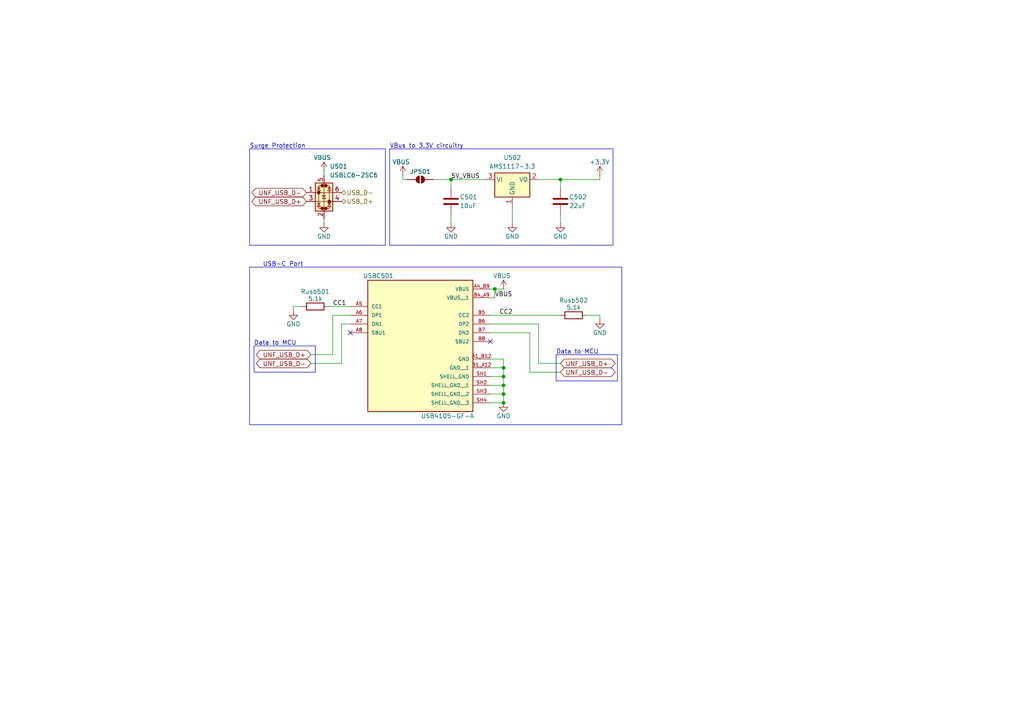
<source format=kicad_sch>
(kicad_sch
	(version 20250114)
	(generator "eeschema")
	(generator_version "9.0")
	(uuid "b34340ac-dec4-4182-9fdc-77ef66857983")
	(paper "A4")
	(title_block
		(title "DisplayBoard")
		(date "2025-10-21")
		(rev "v1.0")
		(company "DIY - Finn Ganser")
	)
	(lib_symbols
		(symbol "Device:C"
			(pin_numbers
				(hide yes)
			)
			(pin_names
				(offset 0.254)
			)
			(exclude_from_sim no)
			(in_bom yes)
			(on_board yes)
			(property "Reference" "C"
				(at 0.635 2.54 0)
				(effects
					(font
						(size 1.27 1.27)
					)
					(justify left)
				)
			)
			(property "Value" "C"
				(at 0.635 -2.54 0)
				(effects
					(font
						(size 1.27 1.27)
					)
					(justify left)
				)
			)
			(property "Footprint" ""
				(at 0.9652 -3.81 0)
				(effects
					(font
						(size 1.27 1.27)
					)
					(hide yes)
				)
			)
			(property "Datasheet" "~"
				(at 0 0 0)
				(effects
					(font
						(size 1.27 1.27)
					)
					(hide yes)
				)
			)
			(property "Description" "Unpolarized capacitor"
				(at 0 0 0)
				(effects
					(font
						(size 1.27 1.27)
					)
					(hide yes)
				)
			)
			(property "ki_keywords" "cap capacitor"
				(at 0 0 0)
				(effects
					(font
						(size 1.27 1.27)
					)
					(hide yes)
				)
			)
			(property "ki_fp_filters" "C_*"
				(at 0 0 0)
				(effects
					(font
						(size 1.27 1.27)
					)
					(hide yes)
				)
			)
			(symbol "C_0_1"
				(polyline
					(pts
						(xy -2.032 0.762) (xy 2.032 0.762)
					)
					(stroke
						(width 0.508)
						(type default)
					)
					(fill
						(type none)
					)
				)
				(polyline
					(pts
						(xy -2.032 -0.762) (xy 2.032 -0.762)
					)
					(stroke
						(width 0.508)
						(type default)
					)
					(fill
						(type none)
					)
				)
			)
			(symbol "C_1_1"
				(pin passive line
					(at 0 3.81 270)
					(length 2.794)
					(name "~"
						(effects
							(font
								(size 1.27 1.27)
							)
						)
					)
					(number "1"
						(effects
							(font
								(size 1.27 1.27)
							)
						)
					)
				)
				(pin passive line
					(at 0 -3.81 90)
					(length 2.794)
					(name "~"
						(effects
							(font
								(size 1.27 1.27)
							)
						)
					)
					(number "2"
						(effects
							(font
								(size 1.27 1.27)
							)
						)
					)
				)
			)
			(embedded_fonts no)
		)
		(symbol "Device:R"
			(pin_numbers
				(hide yes)
			)
			(pin_names
				(offset 0)
			)
			(exclude_from_sim no)
			(in_bom yes)
			(on_board yes)
			(property "Reference" "R"
				(at 2.032 0 90)
				(effects
					(font
						(size 1.27 1.27)
					)
				)
			)
			(property "Value" "R"
				(at 0 0 90)
				(effects
					(font
						(size 1.27 1.27)
					)
				)
			)
			(property "Footprint" ""
				(at -1.778 0 90)
				(effects
					(font
						(size 1.27 1.27)
					)
					(hide yes)
				)
			)
			(property "Datasheet" "~"
				(at 0 0 0)
				(effects
					(font
						(size 1.27 1.27)
					)
					(hide yes)
				)
			)
			(property "Description" "Resistor"
				(at 0 0 0)
				(effects
					(font
						(size 1.27 1.27)
					)
					(hide yes)
				)
			)
			(property "ki_keywords" "R res resistor"
				(at 0 0 0)
				(effects
					(font
						(size 1.27 1.27)
					)
					(hide yes)
				)
			)
			(property "ki_fp_filters" "R_*"
				(at 0 0 0)
				(effects
					(font
						(size 1.27 1.27)
					)
					(hide yes)
				)
			)
			(symbol "R_0_1"
				(rectangle
					(start -1.016 -2.54)
					(end 1.016 2.54)
					(stroke
						(width 0.254)
						(type default)
					)
					(fill
						(type none)
					)
				)
			)
			(symbol "R_1_1"
				(pin passive line
					(at 0 3.81 270)
					(length 1.27)
					(name "~"
						(effects
							(font
								(size 1.27 1.27)
							)
						)
					)
					(number "1"
						(effects
							(font
								(size 1.27 1.27)
							)
						)
					)
				)
				(pin passive line
					(at 0 -3.81 90)
					(length 1.27)
					(name "~"
						(effects
							(font
								(size 1.27 1.27)
							)
						)
					)
					(number "2"
						(effects
							(font
								(size 1.27 1.27)
							)
						)
					)
				)
			)
			(embedded_fonts no)
		)
		(symbol "Jumper:SolderJumper_2_Open"
			(pin_numbers
				(hide yes)
			)
			(pin_names
				(offset 0)
				(hide yes)
			)
			(exclude_from_sim yes)
			(in_bom no)
			(on_board yes)
			(property "Reference" "JP"
				(at 0 2.032 0)
				(effects
					(font
						(size 1.27 1.27)
					)
				)
			)
			(property "Value" "SolderJumper_2_Open"
				(at 0 -2.54 0)
				(effects
					(font
						(size 1.27 1.27)
					)
				)
			)
			(property "Footprint" ""
				(at 0 0 0)
				(effects
					(font
						(size 1.27 1.27)
					)
					(hide yes)
				)
			)
			(property "Datasheet" "~"
				(at 0 0 0)
				(effects
					(font
						(size 1.27 1.27)
					)
					(hide yes)
				)
			)
			(property "Description" "Solder Jumper, 2-pole, open"
				(at 0 0 0)
				(effects
					(font
						(size 1.27 1.27)
					)
					(hide yes)
				)
			)
			(property "ki_keywords" "solder jumper SPST"
				(at 0 0 0)
				(effects
					(font
						(size 1.27 1.27)
					)
					(hide yes)
				)
			)
			(property "ki_fp_filters" "SolderJumper*Open*"
				(at 0 0 0)
				(effects
					(font
						(size 1.27 1.27)
					)
					(hide yes)
				)
			)
			(symbol "SolderJumper_2_Open_0_1"
				(polyline
					(pts
						(xy -0.254 1.016) (xy -0.254 -1.016)
					)
					(stroke
						(width 0)
						(type default)
					)
					(fill
						(type none)
					)
				)
				(arc
					(start -0.254 -1.016)
					(mid -1.2656 0)
					(end -0.254 1.016)
					(stroke
						(width 0)
						(type default)
					)
					(fill
						(type none)
					)
				)
				(arc
					(start -0.254 -1.016)
					(mid -1.2656 0)
					(end -0.254 1.016)
					(stroke
						(width 0)
						(type default)
					)
					(fill
						(type outline)
					)
				)
				(arc
					(start 0.254 1.016)
					(mid 1.2656 0)
					(end 0.254 -1.016)
					(stroke
						(width 0)
						(type default)
					)
					(fill
						(type none)
					)
				)
				(arc
					(start 0.254 1.016)
					(mid 1.2656 0)
					(end 0.254 -1.016)
					(stroke
						(width 0)
						(type default)
					)
					(fill
						(type outline)
					)
				)
				(polyline
					(pts
						(xy 0.254 1.016) (xy 0.254 -1.016)
					)
					(stroke
						(width 0)
						(type default)
					)
					(fill
						(type none)
					)
				)
			)
			(symbol "SolderJumper_2_Open_1_1"
				(pin passive line
					(at -3.81 0 0)
					(length 2.54)
					(name "A"
						(effects
							(font
								(size 1.27 1.27)
							)
						)
					)
					(number "1"
						(effects
							(font
								(size 1.27 1.27)
							)
						)
					)
				)
				(pin passive line
					(at 3.81 0 180)
					(length 2.54)
					(name "B"
						(effects
							(font
								(size 1.27 1.27)
							)
						)
					)
					(number "2"
						(effects
							(font
								(size 1.27 1.27)
							)
						)
					)
				)
			)
			(embedded_fonts no)
		)
		(symbol "Power_Protection:USBLC6-2SC6"
			(pin_names
				(hide yes)
			)
			(exclude_from_sim no)
			(in_bom yes)
			(on_board yes)
			(property "Reference" "U"
				(at 0.635 5.715 0)
				(effects
					(font
						(size 1.27 1.27)
					)
					(justify left)
				)
			)
			(property "Value" "USBLC6-2SC6"
				(at 0.635 3.81 0)
				(effects
					(font
						(size 1.27 1.27)
					)
					(justify left)
				)
			)
			(property "Footprint" "Package_TO_SOT_SMD:SOT-23-6"
				(at 1.27 -6.35 0)
				(effects
					(font
						(size 1.27 1.27)
						(italic yes)
					)
					(justify left)
					(hide yes)
				)
			)
			(property "Datasheet" "https://www.st.com/resource/en/datasheet/usblc6-2.pdf"
				(at 1.27 -8.255 0)
				(effects
					(font
						(size 1.27 1.27)
					)
					(justify left)
					(hide yes)
				)
			)
			(property "Description" "Very low capacitance ESD protection diode, 2 data-line, SOT-23-6"
				(at 0 0 0)
				(effects
					(font
						(size 1.27 1.27)
					)
					(hide yes)
				)
			)
			(property "ki_keywords" "usb ethernet video"
				(at 0 0 0)
				(effects
					(font
						(size 1.27 1.27)
					)
					(hide yes)
				)
			)
			(property "ki_fp_filters" "SOT?23*"
				(at 0 0 0)
				(effects
					(font
						(size 1.27 1.27)
					)
					(hide yes)
				)
			)
			(symbol "USBLC6-2SC6_0_0"
				(circle
					(center -1.524 0)
					(radius 0.0001)
					(stroke
						(width 0.508)
						(type default)
					)
					(fill
						(type none)
					)
				)
				(circle
					(center -0.508 2.032)
					(radius 0.0001)
					(stroke
						(width 0.508)
						(type default)
					)
					(fill
						(type none)
					)
				)
				(circle
					(center -0.508 -4.572)
					(radius 0.0001)
					(stroke
						(width 0.508)
						(type default)
					)
					(fill
						(type none)
					)
				)
				(circle
					(center 0.508 2.032)
					(radius 0.0001)
					(stroke
						(width 0.508)
						(type default)
					)
					(fill
						(type none)
					)
				)
				(circle
					(center 0.508 -4.572)
					(radius 0.0001)
					(stroke
						(width 0.508)
						(type default)
					)
					(fill
						(type none)
					)
				)
				(circle
					(center 1.524 -2.54)
					(radius 0.0001)
					(stroke
						(width 0.508)
						(type default)
					)
					(fill
						(type none)
					)
				)
			)
			(symbol "USBLC6-2SC6_0_1"
				(polyline
					(pts
						(xy -2.54 0) (xy 2.54 0)
					)
					(stroke
						(width 0)
						(type default)
					)
					(fill
						(type none)
					)
				)
				(polyline
					(pts
						(xy -2.54 -2.54) (xy 2.54 -2.54)
					)
					(stroke
						(width 0)
						(type default)
					)
					(fill
						(type none)
					)
				)
				(polyline
					(pts
						(xy -2.032 0.508) (xy -1.016 0.508) (xy -1.524 1.524) (xy -2.032 0.508)
					)
					(stroke
						(width 0)
						(type default)
					)
					(fill
						(type none)
					)
				)
				(polyline
					(pts
						(xy -2.032 -3.048) (xy -1.016 -3.048)
					)
					(stroke
						(width 0)
						(type default)
					)
					(fill
						(type none)
					)
				)
				(polyline
					(pts
						(xy -1.016 1.524) (xy -2.032 1.524)
					)
					(stroke
						(width 0)
						(type default)
					)
					(fill
						(type none)
					)
				)
				(polyline
					(pts
						(xy -1.016 -4.064) (xy -2.032 -4.064) (xy -1.524 -3.048) (xy -1.016 -4.064)
					)
					(stroke
						(width 0)
						(type default)
					)
					(fill
						(type none)
					)
				)
				(polyline
					(pts
						(xy -0.508 -1.143) (xy -0.508 -0.762) (xy 0.508 -0.762)
					)
					(stroke
						(width 0)
						(type default)
					)
					(fill
						(type none)
					)
				)
				(polyline
					(pts
						(xy 0 2.54) (xy -0.508 2.032) (xy 0.508 2.032) (xy 0 1.524) (xy 0 -4.064) (xy -0.508 -4.572) (xy 0.508 -4.572)
						(xy 0 -5.08)
					)
					(stroke
						(width 0)
						(type default)
					)
					(fill
						(type none)
					)
				)
				(polyline
					(pts
						(xy 0.508 -1.778) (xy -0.508 -1.778) (xy 0 -0.762) (xy 0.508 -1.778)
					)
					(stroke
						(width 0)
						(type default)
					)
					(fill
						(type none)
					)
				)
				(polyline
					(pts
						(xy 1.016 1.524) (xy 2.032 1.524)
					)
					(stroke
						(width 0)
						(type default)
					)
					(fill
						(type none)
					)
				)
				(polyline
					(pts
						(xy 1.016 -3.048) (xy 2.032 -3.048)
					)
					(stroke
						(width 0)
						(type default)
					)
					(fill
						(type none)
					)
				)
				(polyline
					(pts
						(xy 2.032 0.508) (xy 1.016 0.508) (xy 1.524 1.524) (xy 2.032 0.508)
					)
					(stroke
						(width 0)
						(type default)
					)
					(fill
						(type none)
					)
				)
				(polyline
					(pts
						(xy 2.032 -4.064) (xy 1.016 -4.064) (xy 1.524 -3.048) (xy 2.032 -4.064)
					)
					(stroke
						(width 0)
						(type default)
					)
					(fill
						(type none)
					)
				)
			)
			(symbol "USBLC6-2SC6_1_1"
				(rectangle
					(start -2.54 2.794)
					(end 2.54 -5.334)
					(stroke
						(width 0.254)
						(type default)
					)
					(fill
						(type background)
					)
				)
				(polyline
					(pts
						(xy -0.508 2.032) (xy -1.524 2.032) (xy -1.524 -4.572) (xy -0.508 -4.572)
					)
					(stroke
						(width 0)
						(type default)
					)
					(fill
						(type none)
					)
				)
				(polyline
					(pts
						(xy 0.508 -4.572) (xy 1.524 -4.572) (xy 1.524 2.032) (xy 0.508 2.032)
					)
					(stroke
						(width 0)
						(type default)
					)
					(fill
						(type none)
					)
				)
				(pin passive line
					(at -5.08 0 0)
					(length 2.54)
					(name "I/O1"
						(effects
							(font
								(size 1.27 1.27)
							)
						)
					)
					(number "1"
						(effects
							(font
								(size 1.27 1.27)
							)
						)
					)
				)
				(pin passive line
					(at -5.08 -2.54 0)
					(length 2.54)
					(name "I/O2"
						(effects
							(font
								(size 1.27 1.27)
							)
						)
					)
					(number "3"
						(effects
							(font
								(size 1.27 1.27)
							)
						)
					)
				)
				(pin passive line
					(at 0 5.08 270)
					(length 2.54)
					(name "VBUS"
						(effects
							(font
								(size 1.27 1.27)
							)
						)
					)
					(number "5"
						(effects
							(font
								(size 1.27 1.27)
							)
						)
					)
				)
				(pin passive line
					(at 0 -7.62 90)
					(length 2.54)
					(name "GND"
						(effects
							(font
								(size 1.27 1.27)
							)
						)
					)
					(number "2"
						(effects
							(font
								(size 1.27 1.27)
							)
						)
					)
				)
				(pin passive line
					(at 5.08 0 180)
					(length 2.54)
					(name "I/O1"
						(effects
							(font
								(size 1.27 1.27)
							)
						)
					)
					(number "6"
						(effects
							(font
								(size 1.27 1.27)
							)
						)
					)
				)
				(pin passive line
					(at 5.08 -2.54 180)
					(length 2.54)
					(name "I/O2"
						(effects
							(font
								(size 1.27 1.27)
							)
						)
					)
					(number "4"
						(effects
							(font
								(size 1.27 1.27)
							)
						)
					)
				)
			)
			(embedded_fonts no)
		)
		(symbol "Regulator_Linear:AMS1117-3.3"
			(exclude_from_sim no)
			(in_bom yes)
			(on_board yes)
			(property "Reference" "U"
				(at -3.81 3.175 0)
				(effects
					(font
						(size 1.27 1.27)
					)
				)
			)
			(property "Value" "AMS1117-3.3"
				(at 0 3.175 0)
				(effects
					(font
						(size 1.27 1.27)
					)
					(justify left)
				)
			)
			(property "Footprint" "Package_TO_SOT_SMD:SOT-223-3_TabPin2"
				(at 0 5.08 0)
				(effects
					(font
						(size 1.27 1.27)
					)
					(hide yes)
				)
			)
			(property "Datasheet" "http://www.advanced-monolithic.com/pdf/ds1117.pdf"
				(at 2.54 -6.35 0)
				(effects
					(font
						(size 1.27 1.27)
					)
					(hide yes)
				)
			)
			(property "Description" "1A Low Dropout regulator, positive, 3.3V fixed output, SOT-223"
				(at 0 0 0)
				(effects
					(font
						(size 1.27 1.27)
					)
					(hide yes)
				)
			)
			(property "ki_keywords" "linear regulator ldo fixed positive"
				(at 0 0 0)
				(effects
					(font
						(size 1.27 1.27)
					)
					(hide yes)
				)
			)
			(property "ki_fp_filters" "SOT?223*TabPin2*"
				(at 0 0 0)
				(effects
					(font
						(size 1.27 1.27)
					)
					(hide yes)
				)
			)
			(symbol "AMS1117-3.3_0_1"
				(rectangle
					(start -5.08 -5.08)
					(end 5.08 1.905)
					(stroke
						(width 0.254)
						(type default)
					)
					(fill
						(type background)
					)
				)
			)
			(symbol "AMS1117-3.3_1_1"
				(pin power_in line
					(at -7.62 0 0)
					(length 2.54)
					(name "VI"
						(effects
							(font
								(size 1.27 1.27)
							)
						)
					)
					(number "3"
						(effects
							(font
								(size 1.27 1.27)
							)
						)
					)
				)
				(pin power_in line
					(at 0 -7.62 90)
					(length 2.54)
					(name "GND"
						(effects
							(font
								(size 1.27 1.27)
							)
						)
					)
					(number "1"
						(effects
							(font
								(size 1.27 1.27)
							)
						)
					)
				)
				(pin power_out line
					(at 7.62 0 180)
					(length 2.54)
					(name "VO"
						(effects
							(font
								(size 1.27 1.27)
							)
						)
					)
					(number "2"
						(effects
							(font
								(size 1.27 1.27)
							)
						)
					)
				)
			)
			(embedded_fonts no)
		)
		(symbol "USB-C:USB4105-GF-A"
			(pin_names
				(offset 1.016)
			)
			(exclude_from_sim no)
			(in_bom yes)
			(on_board yes)
			(property "Reference" "J"
				(at -15.24 13.97 0)
				(effects
					(font
						(size 1.27 1.27)
					)
					(justify left bottom)
				)
			)
			(property "Value" "USB4105-GF-A"
				(at -15.24 -27.94 0)
				(effects
					(font
						(size 1.27 1.27)
					)
					(justify left bottom)
				)
			)
			(property "Footprint" "USB4105-GF-A:GCT_USB4105-GF-A"
				(at 0 0 0)
				(effects
					(font
						(size 1.27 1.27)
					)
					(justify bottom)
					(hide yes)
				)
			)
			(property "Datasheet" ""
				(at 0 0 0)
				(effects
					(font
						(size 1.27 1.27)
					)
					(hide yes)
				)
			)
			(property "Description" ""
				(at 0 0 0)
				(effects
					(font
						(size 1.27 1.27)
					)
					(hide yes)
				)
			)
			(property "PARTREV" "B4"
				(at 0 0 0)
				(effects
					(font
						(size 1.27 1.27)
					)
					(justify bottom)
					(hide yes)
				)
			)
			(property "STANDARD" "Manufacturer Recommendations"
				(at 0 0 0)
				(effects
					(font
						(size 1.27 1.27)
					)
					(justify bottom)
					(hide yes)
				)
			)
			(property "MAXIMUM_PACKAGE_HEIGHT" "3.31 mm"
				(at 0 0 0)
				(effects
					(font
						(size 1.27 1.27)
					)
					(justify bottom)
					(hide yes)
				)
			)
			(property "MANUFACTURER" "GCT"
				(at 0 0 0)
				(effects
					(font
						(size 1.27 1.27)
					)
					(justify bottom)
					(hide yes)
				)
			)
			(symbol "USB4105-GF-A_0_0"
				(rectangle
					(start -15.24 -25.4)
					(end 15.24 12.7)
					(stroke
						(width 0.254)
						(type default)
					)
					(fill
						(type background)
					)
				)
				(pin bidirectional line
					(at -20.32 5.08 0)
					(length 5.08)
					(name "CC1"
						(effects
							(font
								(size 1.016 1.016)
							)
						)
					)
					(number "A5"
						(effects
							(font
								(size 1.016 1.016)
							)
						)
					)
				)
				(pin bidirectional line
					(at -20.32 2.54 0)
					(length 5.08)
					(name "DP1"
						(effects
							(font
								(size 1.016 1.016)
							)
						)
					)
					(number "A6"
						(effects
							(font
								(size 1.016 1.016)
							)
						)
					)
				)
				(pin bidirectional line
					(at -20.32 0 0)
					(length 5.08)
					(name "DN1"
						(effects
							(font
								(size 1.016 1.016)
							)
						)
					)
					(number "A7"
						(effects
							(font
								(size 1.016 1.016)
							)
						)
					)
				)
				(pin bidirectional line
					(at -20.32 -2.54 0)
					(length 5.08)
					(name "SBU1"
						(effects
							(font
								(size 1.016 1.016)
							)
						)
					)
					(number "A8"
						(effects
							(font
								(size 1.016 1.016)
							)
						)
					)
				)
				(pin power_in line
					(at 20.32 10.16 180)
					(length 5.08)
					(name "VBUS"
						(effects
							(font
								(size 1.016 1.016)
							)
						)
					)
					(number "A4_B9"
						(effects
							(font
								(size 1.016 1.016)
							)
						)
					)
				)
				(pin power_in line
					(at 20.32 7.62 180)
					(length 5.08)
					(name "VBUS__1"
						(effects
							(font
								(size 1.016 1.016)
							)
						)
					)
					(number "B4_A9"
						(effects
							(font
								(size 1.016 1.016)
							)
						)
					)
				)
				(pin bidirectional line
					(at 20.32 2.54 180)
					(length 5.08)
					(name "CC2"
						(effects
							(font
								(size 1.016 1.016)
							)
						)
					)
					(number "B5"
						(effects
							(font
								(size 1.016 1.016)
							)
						)
					)
				)
				(pin bidirectional line
					(at 20.32 0 180)
					(length 5.08)
					(name "DP2"
						(effects
							(font
								(size 1.016 1.016)
							)
						)
					)
					(number "B6"
						(effects
							(font
								(size 1.016 1.016)
							)
						)
					)
				)
				(pin bidirectional line
					(at 20.32 -2.54 180)
					(length 5.08)
					(name "DN2"
						(effects
							(font
								(size 1.016 1.016)
							)
						)
					)
					(number "B7"
						(effects
							(font
								(size 1.016 1.016)
							)
						)
					)
				)
				(pin bidirectional line
					(at 20.32 -5.08 180)
					(length 5.08)
					(name "SBU2"
						(effects
							(font
								(size 1.016 1.016)
							)
						)
					)
					(number "B8"
						(effects
							(font
								(size 1.016 1.016)
							)
						)
					)
				)
				(pin power_in line
					(at 20.32 -10.16 180)
					(length 5.08)
					(name "GND"
						(effects
							(font
								(size 1.016 1.016)
							)
						)
					)
					(number "A1_B12"
						(effects
							(font
								(size 1.016 1.016)
							)
						)
					)
				)
				(pin power_in line
					(at 20.32 -12.7 180)
					(length 5.08)
					(name "GND__1"
						(effects
							(font
								(size 1.016 1.016)
							)
						)
					)
					(number "B1_A12"
						(effects
							(font
								(size 1.016 1.016)
							)
						)
					)
				)
				(pin power_in line
					(at 20.32 -15.24 180)
					(length 5.08)
					(name "SHELL_GND"
						(effects
							(font
								(size 1.016 1.016)
							)
						)
					)
					(number "SH1"
						(effects
							(font
								(size 1.016 1.016)
							)
						)
					)
				)
				(pin power_in line
					(at 20.32 -17.78 180)
					(length 5.08)
					(name "SHELL_GND__1"
						(effects
							(font
								(size 1.016 1.016)
							)
						)
					)
					(number "SH2"
						(effects
							(font
								(size 1.016 1.016)
							)
						)
					)
				)
				(pin power_in line
					(at 20.32 -20.32 180)
					(length 5.08)
					(name "SHELL_GND__2"
						(effects
							(font
								(size 1.016 1.016)
							)
						)
					)
					(number "SH3"
						(effects
							(font
								(size 1.016 1.016)
							)
						)
					)
				)
				(pin power_in line
					(at 20.32 -22.86 180)
					(length 5.08)
					(name "SHELL_GND__3"
						(effects
							(font
								(size 1.016 1.016)
							)
						)
					)
					(number "SH4"
						(effects
							(font
								(size 1.016 1.016)
							)
						)
					)
				)
			)
			(embedded_fonts no)
		)
		(symbol "power:+3.3V"
			(power)
			(pin_numbers
				(hide yes)
			)
			(pin_names
				(offset 0)
				(hide yes)
			)
			(exclude_from_sim no)
			(in_bom yes)
			(on_board yes)
			(property "Reference" "#PWR"
				(at 0 -3.81 0)
				(effects
					(font
						(size 1.27 1.27)
					)
					(hide yes)
				)
			)
			(property "Value" "+3.3V"
				(at 0 3.556 0)
				(effects
					(font
						(size 1.27 1.27)
					)
				)
			)
			(property "Footprint" ""
				(at 0 0 0)
				(effects
					(font
						(size 1.27 1.27)
					)
					(hide yes)
				)
			)
			(property "Datasheet" ""
				(at 0 0 0)
				(effects
					(font
						(size 1.27 1.27)
					)
					(hide yes)
				)
			)
			(property "Description" "Power symbol creates a global label with name \"+3.3V\""
				(at 0 0 0)
				(effects
					(font
						(size 1.27 1.27)
					)
					(hide yes)
				)
			)
			(property "ki_keywords" "global power"
				(at 0 0 0)
				(effects
					(font
						(size 1.27 1.27)
					)
					(hide yes)
				)
			)
			(symbol "+3.3V_0_1"
				(polyline
					(pts
						(xy -0.762 1.27) (xy 0 2.54)
					)
					(stroke
						(width 0)
						(type default)
					)
					(fill
						(type none)
					)
				)
				(polyline
					(pts
						(xy 0 2.54) (xy 0.762 1.27)
					)
					(stroke
						(width 0)
						(type default)
					)
					(fill
						(type none)
					)
				)
				(polyline
					(pts
						(xy 0 0) (xy 0 2.54)
					)
					(stroke
						(width 0)
						(type default)
					)
					(fill
						(type none)
					)
				)
			)
			(symbol "+3.3V_1_1"
				(pin power_in line
					(at 0 0 90)
					(length 0)
					(name "~"
						(effects
							(font
								(size 1.27 1.27)
							)
						)
					)
					(number "1"
						(effects
							(font
								(size 1.27 1.27)
							)
						)
					)
				)
			)
			(embedded_fonts no)
		)
		(symbol "power:GND"
			(power)
			(pin_numbers
				(hide yes)
			)
			(pin_names
				(offset 0)
				(hide yes)
			)
			(exclude_from_sim no)
			(in_bom yes)
			(on_board yes)
			(property "Reference" "#PWR"
				(at 0 -6.35 0)
				(effects
					(font
						(size 1.27 1.27)
					)
					(hide yes)
				)
			)
			(property "Value" "GND"
				(at 0 -3.81 0)
				(effects
					(font
						(size 1.27 1.27)
					)
				)
			)
			(property "Footprint" ""
				(at 0 0 0)
				(effects
					(font
						(size 1.27 1.27)
					)
					(hide yes)
				)
			)
			(property "Datasheet" ""
				(at 0 0 0)
				(effects
					(font
						(size 1.27 1.27)
					)
					(hide yes)
				)
			)
			(property "Description" "Power symbol creates a global label with name \"GND\" , ground"
				(at 0 0 0)
				(effects
					(font
						(size 1.27 1.27)
					)
					(hide yes)
				)
			)
			(property "ki_keywords" "global power"
				(at 0 0 0)
				(effects
					(font
						(size 1.27 1.27)
					)
					(hide yes)
				)
			)
			(symbol "GND_0_1"
				(polyline
					(pts
						(xy 0 0) (xy 0 -1.27) (xy 1.27 -1.27) (xy 0 -2.54) (xy -1.27 -1.27) (xy 0 -1.27)
					)
					(stroke
						(width 0)
						(type default)
					)
					(fill
						(type none)
					)
				)
			)
			(symbol "GND_1_1"
				(pin power_in line
					(at 0 0 270)
					(length 0)
					(name "~"
						(effects
							(font
								(size 1.27 1.27)
							)
						)
					)
					(number "1"
						(effects
							(font
								(size 1.27 1.27)
							)
						)
					)
				)
			)
			(embedded_fonts no)
		)
	)
	(rectangle
		(start 72.39 77.47)
		(end 180.34 123.19)
		(stroke
			(width 0)
			(type default)
		)
		(fill
			(type none)
		)
		(uuid 458e5484-23c1-49be-9fec-e1e986d823ce)
	)
	(rectangle
		(start 72.39 43.18)
		(end 111.76 71.12)
		(stroke
			(width 0)
			(type default)
		)
		(fill
			(type none)
		)
		(uuid 5d9e3793-20fb-4c45-8c2c-0e7e406d60bd)
	)
	(rectangle
		(start 179.07 102.87)
		(end 161.29 110.49)
		(stroke
			(width 0)
			(type default)
		)
		(fill
			(type none)
		)
		(uuid 8d06d316-3391-4611-8bcd-089cb283eae8)
	)
	(rectangle
		(start 113.03 43.18)
		(end 177.8 71.12)
		(stroke
			(width 0)
			(type default)
		)
		(fill
			(type none)
		)
		(uuid bd1c9091-85da-4938-8b44-bbccc3332e52)
	)
	(rectangle
		(start 73.66 100.33)
		(end 91.44 107.95)
		(stroke
			(width 0)
			(type default)
		)
		(fill
			(type none)
		)
		(uuid d11fa163-6251-4a71-bfbb-b9b827340ae5)
	)
	(text "Data to MCU"
		(exclude_from_sim no)
		(at 73.66 100.33 0)
		(effects
			(font
				(size 1.27 1.27)
			)
			(justify left bottom)
		)
		(uuid "608cfe7e-5bb5-4b24-9371-0549ff356fe9")
	)
	(text "Surge Protection"
		(exclude_from_sim no)
		(at 72.39 43.18 0)
		(effects
			(font
				(size 1.27 1.27)
			)
			(justify left bottom)
		)
		(uuid "94e6b4f1-898a-41fb-94ee-ec9f91dfb445")
	)
	(text "VBus to 3.3V circuitry"
		(exclude_from_sim no)
		(at 113.03 43.18 0)
		(effects
			(font
				(size 1.27 1.27)
			)
			(justify left bottom)
		)
		(uuid "9b50b79a-a7ad-4fc3-9df0-b6c511410080")
	)
	(text "USB-C Port"
		(exclude_from_sim no)
		(at 76.2 77.47 0)
		(effects
			(font
				(size 1.27 1.27)
			)
			(justify left bottom)
		)
		(uuid "b5f10425-e136-4db9-b787-56747e67ebb8")
	)
	(text "Data to MCU"
		(exclude_from_sim no)
		(at 161.29 102.87 0)
		(effects
			(font
				(size 1.27 1.27)
			)
			(justify left bottom)
		)
		(uuid "e2e4da3f-caba-44c6-80f7-425e2b93642a")
	)
	(junction
		(at 146.05 111.76)
		(diameter 0)
		(color 0 0 0 0)
		(uuid "0929a6ef-743b-4d0c-929c-63e02f6317fc")
	)
	(junction
		(at 146.05 116.84)
		(diameter 0)
		(color 0 0 0 0)
		(uuid "0d3bf4f2-1849-4781-a2b8-ce86a2e0cd03")
	)
	(junction
		(at 143.51 83.82)
		(diameter 0)
		(color 0 0 0 0)
		(uuid "23bb8f2c-b4bd-4f5c-85b7-3eace0d58975")
	)
	(junction
		(at 146.05 114.3)
		(diameter 0)
		(color 0 0 0 0)
		(uuid "4284728e-7abf-47b8-9d51-790068ca3097")
	)
	(junction
		(at 146.05 106.68)
		(diameter 0)
		(color 0 0 0 0)
		(uuid "61c86f8b-3f4c-4d62-9d89-1993761f66f7")
	)
	(junction
		(at 162.56 52.07)
		(diameter 0)
		(color 0 0 0 0)
		(uuid "6360ce56-eeff-44e4-b890-f01c4432760e")
	)
	(junction
		(at 146.05 109.22)
		(diameter 0)
		(color 0 0 0 0)
		(uuid "a91644b2-e24e-4187-814f-bb62528c8831")
	)
	(junction
		(at 130.81 52.07)
		(diameter 0)
		(color 0 0 0 0)
		(uuid "eb7ce7ec-dbf9-41ae-879e-3b3de6243f86")
	)
	(no_connect
		(at 101.6 96.52)
		(uuid "087f065c-4ca1-42a6-80c7-1fa503e2ecd8")
	)
	(no_connect
		(at 142.24 99.06)
		(uuid "122a914e-ae9c-45b6-bce6-e50decb753e0")
	)
	(wire
		(pts
			(xy 148.59 59.69) (xy 148.59 64.77)
		)
		(stroke
			(width 0)
			(type default)
		)
		(uuid "032e91c9-2cbd-4d6b-b725-7c287ae112bf")
	)
	(wire
		(pts
			(xy 146.05 83.82) (xy 143.51 83.82)
		)
		(stroke
			(width 0)
			(type default)
		)
		(uuid "07a765ab-2429-4499-aac8-e7b127b5b1d7")
	)
	(wire
		(pts
			(xy 146.05 104.14) (xy 146.05 106.68)
		)
		(stroke
			(width 0)
			(type default)
		)
		(uuid "0d39b82a-8ba7-4e73-bf11-bd8d53feea92")
	)
	(wire
		(pts
			(xy 93.98 49.53) (xy 93.98 50.8)
		)
		(stroke
			(width 0)
			(type default)
		)
		(uuid "22403537-2712-4867-88b5-eccc4657973b")
	)
	(wire
		(pts
			(xy 173.99 91.44) (xy 170.18 91.44)
		)
		(stroke
			(width 0)
			(type default)
		)
		(uuid "2319ceb9-30f1-4d79-9841-3b45fc502ba5")
	)
	(wire
		(pts
			(xy 173.99 92.71) (xy 173.99 91.44)
		)
		(stroke
			(width 0)
			(type default)
		)
		(uuid "2480746e-e4ba-4837-9d74-402493b491d6")
	)
	(wire
		(pts
			(xy 130.81 62.23) (xy 130.81 64.77)
		)
		(stroke
			(width 0)
			(type default)
		)
		(uuid "251ad5f0-f0ac-4ec4-af7e-981fe8c08ab4")
	)
	(wire
		(pts
			(xy 146.05 109.22) (xy 146.05 111.76)
		)
		(stroke
			(width 0)
			(type default)
		)
		(uuid "254ab9c4-ff84-4bf8-9f2b-df576dfb1089")
	)
	(wire
		(pts
			(xy 93.98 64.77) (xy 93.98 63.5)
		)
		(stroke
			(width 0)
			(type default)
		)
		(uuid "26ed0855-922f-4fd3-bde6-5122d0915174")
	)
	(wire
		(pts
			(xy 90.17 102.87) (xy 96.52 102.87)
		)
		(stroke
			(width 0)
			(type default)
		)
		(uuid "27f3bb80-19bf-41cb-a574-2d3c670a1dd4")
	)
	(wire
		(pts
			(xy 85.09 90.17) (xy 85.09 88.9)
		)
		(stroke
			(width 0)
			(type default)
		)
		(uuid "28d345fa-d6d6-4d12-ab20-e06aea4af3c7")
	)
	(wire
		(pts
			(xy 146.05 106.68) (xy 146.05 109.22)
		)
		(stroke
			(width 0)
			(type default)
		)
		(uuid "35405dae-9b7e-4c55-a3b7-731bf3ff8225")
	)
	(wire
		(pts
			(xy 153.67 107.95) (xy 153.67 96.52)
		)
		(stroke
			(width 0)
			(type default)
		)
		(uuid "37c4e683-fab3-4ed2-b347-bf441fa0cda9")
	)
	(wire
		(pts
			(xy 96.52 102.87) (xy 96.52 91.44)
		)
		(stroke
			(width 0)
			(type default)
		)
		(uuid "3de039f8-83f0-4adb-86af-8af74aa1ca24")
	)
	(wire
		(pts
			(xy 142.24 91.44) (xy 162.56 91.44)
		)
		(stroke
			(width 0)
			(type default)
		)
		(uuid "3e2004fd-ca53-462a-a4cf-7f4c0124d4f9")
	)
	(wire
		(pts
			(xy 142.24 109.22) (xy 146.05 109.22)
		)
		(stroke
			(width 0)
			(type default)
		)
		(uuid "53596980-30f1-4dc6-a4c0-c2ebe712f432")
	)
	(wire
		(pts
			(xy 156.21 93.98) (xy 156.21 105.41)
		)
		(stroke
			(width 0)
			(type default)
		)
		(uuid "5848a45e-167c-40e7-8fdb-6cbd42419f9f")
	)
	(wire
		(pts
			(xy 156.21 93.98) (xy 142.24 93.98)
		)
		(stroke
			(width 0)
			(type default)
		)
		(uuid "5ca95845-6246-4551-a25b-f25f966abbd0")
	)
	(wire
		(pts
			(xy 142.24 114.3) (xy 146.05 114.3)
		)
		(stroke
			(width 0)
			(type default)
		)
		(uuid "638ba9c5-0686-49cf-a90b-5a55ce3cffc7")
	)
	(wire
		(pts
			(xy 142.24 104.14) (xy 146.05 104.14)
		)
		(stroke
			(width 0)
			(type default)
		)
		(uuid "68078999-6923-4f56-af33-fefe7c7cfcc4")
	)
	(wire
		(pts
			(xy 153.67 96.52) (xy 142.24 96.52)
		)
		(stroke
			(width 0)
			(type default)
		)
		(uuid "72d151df-fa69-4a14-af7a-4d0fddda2802")
	)
	(wire
		(pts
			(xy 96.52 91.44) (xy 101.6 91.44)
		)
		(stroke
			(width 0)
			(type default)
		)
		(uuid "7644a304-f54e-49b9-9858-86e2e83e490d")
	)
	(wire
		(pts
			(xy 99.06 93.98) (xy 101.6 93.98)
		)
		(stroke
			(width 0)
			(type default)
		)
		(uuid "83ab9cd5-9fc4-4a77-bfa9-55dcf2e48534")
	)
	(wire
		(pts
			(xy 116.84 52.07) (xy 116.84 50.8)
		)
		(stroke
			(width 0)
			(type default)
		)
		(uuid "85769525-9889-4df4-9f63-4a0deae84348")
	)
	(wire
		(pts
			(xy 142.24 83.82) (xy 143.51 83.82)
		)
		(stroke
			(width 0)
			(type default)
		)
		(uuid "868a0949-edf8-4ec9-bbf9-e4117b1fba92")
	)
	(wire
		(pts
			(xy 146.05 116.84) (xy 142.24 116.84)
		)
		(stroke
			(width 0)
			(type default)
		)
		(uuid "877a238a-707d-4a1f-9013-4290e5db8efe")
	)
	(wire
		(pts
			(xy 85.09 88.9) (xy 87.63 88.9)
		)
		(stroke
			(width 0)
			(type default)
		)
		(uuid "877e7d2d-1e91-4b9c-b315-fa28d75a323e")
	)
	(wire
		(pts
			(xy 162.56 54.61) (xy 162.56 52.07)
		)
		(stroke
			(width 0)
			(type default)
		)
		(uuid "8aa685cb-d96c-4dc8-99d2-5fde392d41cd")
	)
	(wire
		(pts
			(xy 130.81 54.61) (xy 130.81 52.07)
		)
		(stroke
			(width 0)
			(type default)
		)
		(uuid "8bdcd9d9-721a-454f-a54a-6b02264f6cf4")
	)
	(wire
		(pts
			(xy 143.51 83.82) (xy 143.51 86.36)
		)
		(stroke
			(width 0)
			(type default)
		)
		(uuid "93409129-cc08-4b4f-a14b-f8e7c01d28bb")
	)
	(wire
		(pts
			(xy 146.05 111.76) (xy 146.05 114.3)
		)
		(stroke
			(width 0)
			(type default)
		)
		(uuid "a1f937af-a8a4-499e-a5d4-9ed6c0b47b07")
	)
	(wire
		(pts
			(xy 99.06 105.41) (xy 99.06 93.98)
		)
		(stroke
			(width 0)
			(type default)
		)
		(uuid "b0407cab-033d-4747-bb48-8f7a2dc54114")
	)
	(wire
		(pts
			(xy 156.21 105.41) (xy 162.56 105.41)
		)
		(stroke
			(width 0)
			(type default)
		)
		(uuid "b8be3197-f916-4057-ae1b-b974a0625f9c")
	)
	(wire
		(pts
			(xy 146.05 114.3) (xy 146.05 116.84)
		)
		(stroke
			(width 0)
			(type default)
		)
		(uuid "b9e92ad3-6335-407a-b127-e93d8803a46a")
	)
	(wire
		(pts
			(xy 95.25 88.9) (xy 101.6 88.9)
		)
		(stroke
			(width 0)
			(type default)
		)
		(uuid "bdc30492-2252-4f25-9050-148c7e64527f")
	)
	(wire
		(pts
			(xy 142.24 106.68) (xy 146.05 106.68)
		)
		(stroke
			(width 0)
			(type default)
		)
		(uuid "d2cd329d-b8d0-4594-814e-95a8e5c8a1a3")
	)
	(wire
		(pts
			(xy 162.56 62.23) (xy 162.56 64.77)
		)
		(stroke
			(width 0)
			(type default)
		)
		(uuid "d6a2e99f-5998-4aaa-a2f8-57956dd57084")
	)
	(wire
		(pts
			(xy 90.17 105.41) (xy 99.06 105.41)
		)
		(stroke
			(width 0)
			(type default)
		)
		(uuid "d773398b-8f1c-4268-998d-3c25e52e08a9")
	)
	(wire
		(pts
			(xy 153.67 107.95) (xy 162.56 107.95)
		)
		(stroke
			(width 0)
			(type default)
		)
		(uuid "da6760f2-9665-4f67-b77c-b2321aa9c5be")
	)
	(wire
		(pts
			(xy 142.24 111.76) (xy 146.05 111.76)
		)
		(stroke
			(width 0)
			(type default)
		)
		(uuid "dbb7f526-cb9c-4943-8af7-0f40592fd9ae")
	)
	(wire
		(pts
			(xy 173.99 52.07) (xy 173.99 50.8)
		)
		(stroke
			(width 0)
			(type default)
		)
		(uuid "e2665b87-abc2-42d9-98ad-911e981f3899")
	)
	(wire
		(pts
			(xy 162.56 52.07) (xy 173.99 52.07)
		)
		(stroke
			(width 0)
			(type default)
		)
		(uuid "ec84fcf7-007a-4c5c-b7e8-bc369c14a48f")
	)
	(wire
		(pts
			(xy 143.51 86.36) (xy 142.24 86.36)
		)
		(stroke
			(width 0)
			(type default)
		)
		(uuid "ee696ed4-ffb8-45ec-b40d-9b1af6e1c8ad")
	)
	(wire
		(pts
			(xy 125.73 52.07) (xy 130.81 52.07)
		)
		(stroke
			(width 0)
			(type default)
		)
		(uuid "f66152d4-d277-4a05-9e5e-ef3a53bede1d")
	)
	(wire
		(pts
			(xy 116.84 52.07) (xy 118.11 52.07)
		)
		(stroke
			(width 0)
			(type default)
		)
		(uuid "f8c5c0c9-cc67-420d-976b-9e3a7002bd09")
	)
	(wire
		(pts
			(xy 156.21 52.07) (xy 162.56 52.07)
		)
		(stroke
			(width 0)
			(type default)
		)
		(uuid "f958d289-74b7-4e08-9107-cece822bf15a")
	)
	(wire
		(pts
			(xy 130.81 52.07) (xy 140.97 52.07)
		)
		(stroke
			(width 0)
			(type default)
		)
		(uuid "fe275aa7-c12e-43a1-a10c-11f39dca77b3")
	)
	(label "5V_VBUS"
		(at 130.81 52.07 0)
		(effects
			(font
				(size 1.27 1.27)
			)
			(justify left bottom)
		)
		(uuid "12839532-7132-4d09-8cbd-f9f98044f5f4")
	)
	(label "VBUS"
		(at 143.51 86.36 0)
		(effects
			(font
				(size 1.27 1.27)
			)
			(justify left bottom)
		)
		(uuid "657fe754-30b5-4277-8762-c53c0a7bfb55")
	)
	(label "CC1"
		(at 96.52 88.9 0)
		(effects
			(font
				(size 1.27 1.27)
			)
			(justify left bottom)
		)
		(uuid "c3ff2723-6ef6-442f-8d4f-10c9a0c99afd")
	)
	(label "CC2"
		(at 144.78 91.44 0)
		(effects
			(font
				(size 1.27 1.27)
			)
			(justify left bottom)
		)
		(uuid "e27644db-75ca-40d2-b8af-a436b36645eb")
	)
	(global_label "UNF_USB_D+"
		(shape bidirectional)
		(at 88.9 58.42 180)
		(fields_autoplaced yes)
		(effects
			(font
				(size 1.27 1.27)
			)
			(justify right)
		)
		(uuid "51a8db79-01ed-453d-9271-f9c89243bce3")
		(property "Intersheetrefs" "${INTERSHEET_REFS}"
			(at 72.4663 58.42 0)
			(effects
				(font
					(size 1.27 1.27)
				)
				(justify right)
				(hide yes)
			)
		)
	)
	(global_label "UNF_USB_D+"
		(shape bidirectional)
		(at 162.56 105.41 0)
		(fields_autoplaced yes)
		(effects
			(font
				(size 1.27 1.27)
			)
			(justify left)
		)
		(uuid "7fdd5ac7-b7e2-460b-95f5-8bae1f56b727")
		(property "Intersheetrefs" "${INTERSHEET_REFS}"
			(at 178.9937 105.41 0)
			(effects
				(font
					(size 1.27 1.27)
				)
				(justify left)
				(hide yes)
			)
		)
	)
	(global_label "UNF_USB_D-"
		(shape bidirectional)
		(at 162.56 107.95 0)
		(fields_autoplaced yes)
		(effects
			(font
				(size 1.27 1.27)
			)
			(justify left)
		)
		(uuid "a62f02d9-8eb4-4fc5-918f-b48060543fb4")
		(property "Intersheetrefs" "${INTERSHEET_REFS}"
			(at 178.9937 107.95 0)
			(effects
				(font
					(size 1.27 1.27)
				)
				(justify left)
				(hide yes)
			)
		)
	)
	(global_label "UNF_USB_D+"
		(shape bidirectional)
		(at 90.17 102.87 180)
		(fields_autoplaced yes)
		(effects
			(font
				(size 1.27 1.27)
			)
			(justify right)
		)
		(uuid "b7d8f5be-7b80-4ef9-86e1-fd505a215ff5")
		(property "Intersheetrefs" "${INTERSHEET_REFS}"
			(at 73.7363 102.87 0)
			(effects
				(font
					(size 1.27 1.27)
				)
				(justify right)
				(hide yes)
			)
		)
	)
	(global_label "UNF_USB_D-"
		(shape bidirectional)
		(at 88.9 55.88 180)
		(fields_autoplaced yes)
		(effects
			(font
				(size 1.27 1.27)
			)
			(justify right)
		)
		(uuid "d64b4bd9-e0db-44e8-8e33-ee94cbc907a7")
		(property "Intersheetrefs" "${INTERSHEET_REFS}"
			(at 72.4663 55.88 0)
			(effects
				(font
					(size 1.27 1.27)
				)
				(justify right)
				(hide yes)
			)
		)
	)
	(global_label "UNF_USB_D-"
		(shape bidirectional)
		(at 90.17 105.41 180)
		(fields_autoplaced yes)
		(effects
			(font
				(size 1.27 1.27)
			)
			(justify right)
		)
		(uuid "fead2a99-0dd7-43fa-981d-5fb974bdc8aa")
		(property "Intersheetrefs" "${INTERSHEET_REFS}"
			(at 73.7363 105.41 0)
			(effects
				(font
					(size 1.27 1.27)
				)
				(justify right)
				(hide yes)
			)
		)
	)
	(hierarchical_label "USB_D-"
		(shape bidirectional)
		(at 99.06 55.88 0)
		(effects
			(font
				(size 1.27 1.27)
			)
			(justify left)
		)
		(uuid "385a251c-e2f4-4120-a675-66a5f9e33174")
	)
	(hierarchical_label "USB_D+"
		(shape bidirectional)
		(at 99.06 58.42 0)
		(effects
			(font
				(size 1.27 1.27)
			)
			(justify left)
		)
		(uuid "678355f4-a0cd-42c0-97a4-662423bcaf89")
	)
	(symbol
		(lib_id "Device:C")
		(at 130.81 58.42 0)
		(unit 1)
		(exclude_from_sim no)
		(in_bom yes)
		(on_board yes)
		(dnp no)
		(uuid "139eb6fa-e503-4a87-a8c8-f29bff0a5cfb")
		(property "Reference" "C501"
			(at 133.35 57.15 0)
			(effects
				(font
					(size 1.27 1.27)
				)
				(justify left)
			)
		)
		(property "Value" "10uF"
			(at 133.35 59.69 0)
			(effects
				(font
					(size 1.27 1.27)
				)
				(justify left)
			)
		)
		(property "Footprint" "Capacitor_SMD:C_0805_2012Metric"
			(at 131.7752 62.23 0)
			(effects
				(font
					(size 1.27 1.27)
				)
				(hide yes)
			)
		)
		(property "Datasheet" "~"
			(at 130.81 58.42 0)
			(effects
				(font
					(size 1.27 1.27)
				)
				(hide yes)
			)
		)
		(property "Description" "Unpolarized capacitor"
			(at 130.81 58.42 0)
			(effects
				(font
					(size 1.27 1.27)
				)
				(hide yes)
			)
		)
		(pin "2"
			(uuid "8717b0e4-ddb3-4e4e-a002-a2af11fe03dc")
		)
		(pin "1"
			(uuid "74864374-d887-4b74-a1b0-1265841402f0")
		)
		(instances
			(project "DisplayBoard"
				(path "/4ecff8d9-5a60-4ce9-8e7b-5b5857912994/ce85e6ef-25b3-427e-a673-16c6f008225d"
					(reference "C501")
					(unit 1)
				)
			)
		)
	)
	(symbol
		(lib_id "power:GND")
		(at 85.09 90.17 0)
		(unit 1)
		(exclude_from_sim no)
		(in_bom yes)
		(on_board yes)
		(dnp no)
		(uuid "1697a4e8-17c5-4490-a2c4-ec5a07d6d46d")
		(property "Reference" "#PWR0501"
			(at 85.09 96.52 0)
			(effects
				(font
					(size 1.27 1.27)
				)
				(hide yes)
			)
		)
		(property "Value" "GND"
			(at 85.09 93.98 0)
			(effects
				(font
					(size 1.27 1.27)
				)
			)
		)
		(property "Footprint" ""
			(at 85.09 90.17 0)
			(effects
				(font
					(size 1.27 1.27)
				)
				(hide yes)
			)
		)
		(property "Datasheet" ""
			(at 85.09 90.17 0)
			(effects
				(font
					(size 1.27 1.27)
				)
				(hide yes)
			)
		)
		(property "Description" "Power symbol creates a global label with name \"GND\" , ground"
			(at 85.09 90.17 0)
			(effects
				(font
					(size 1.27 1.27)
				)
				(hide yes)
			)
		)
		(pin "1"
			(uuid "63fb9733-ff5a-4428-887d-184a96ff58f3")
		)
		(instances
			(project "DisplayBoard"
				(path "/4ecff8d9-5a60-4ce9-8e7b-5b5857912994/ce85e6ef-25b3-427e-a673-16c6f008225d"
					(reference "#PWR0501")
					(unit 1)
				)
			)
		)
	)
	(symbol
		(lib_id "power:GND")
		(at 93.98 64.77 0)
		(unit 1)
		(exclude_from_sim no)
		(in_bom yes)
		(on_board yes)
		(dnp no)
		(uuid "1bc4dfb5-41aa-4e7e-816a-51f744b1aecb")
		(property "Reference" "#PWR0503"
			(at 93.98 71.12 0)
			(effects
				(font
					(size 1.27 1.27)
				)
				(hide yes)
			)
		)
		(property "Value" "GND"
			(at 93.98 68.58 0)
			(effects
				(font
					(size 1.27 1.27)
				)
			)
		)
		(property "Footprint" ""
			(at 93.98 64.77 0)
			(effects
				(font
					(size 1.27 1.27)
				)
				(hide yes)
			)
		)
		(property "Datasheet" ""
			(at 93.98 64.77 0)
			(effects
				(font
					(size 1.27 1.27)
				)
				(hide yes)
			)
		)
		(property "Description" "Power symbol creates a global label with name \"GND\" , ground"
			(at 93.98 64.77 0)
			(effects
				(font
					(size 1.27 1.27)
				)
				(hide yes)
			)
		)
		(pin "1"
			(uuid "e93389b1-0126-4c76-830f-3e574e9f27b4")
		)
		(instances
			(project "DisplayBoard"
				(path "/4ecff8d9-5a60-4ce9-8e7b-5b5857912994/ce85e6ef-25b3-427e-a673-16c6f008225d"
					(reference "#PWR0503")
					(unit 1)
				)
			)
		)
	)
	(symbol
		(lib_id "power:+3.3V")
		(at 173.99 50.8 0)
		(unit 1)
		(exclude_from_sim no)
		(in_bom yes)
		(on_board yes)
		(dnp no)
		(uuid "1fb3d14a-ca92-4ff9-8aeb-568ca15d56b0")
		(property "Reference" "#PWR0510"
			(at 173.99 54.61 0)
			(effects
				(font
					(size 1.27 1.27)
				)
				(hide yes)
			)
		)
		(property "Value" "+3.3V"
			(at 170.942 46.99 0)
			(effects
				(font
					(size 1.27 1.27)
				)
				(justify left)
			)
		)
		(property "Footprint" ""
			(at 173.99 50.8 0)
			(effects
				(font
					(size 1.27 1.27)
				)
				(hide yes)
			)
		)
		(property "Datasheet" ""
			(at 173.99 50.8 0)
			(effects
				(font
					(size 1.27 1.27)
				)
				(hide yes)
			)
		)
		(property "Description" "Power symbol creates a global label with name \"+3.3V\""
			(at 173.99 50.8 0)
			(effects
				(font
					(size 1.27 1.27)
				)
				(hide yes)
			)
		)
		(pin "1"
			(uuid "0e856d94-b1df-4d39-a45f-fd5b7d776aa4")
		)
		(instances
			(project "DisplayBoard"
				(path "/4ecff8d9-5a60-4ce9-8e7b-5b5857912994/ce85e6ef-25b3-427e-a673-16c6f008225d"
					(reference "#PWR0510")
					(unit 1)
				)
			)
		)
	)
	(symbol
		(lib_id "power:GND")
		(at 130.81 64.77 0)
		(unit 1)
		(exclude_from_sim no)
		(in_bom yes)
		(on_board yes)
		(dnp no)
		(uuid "2a2e4219-e076-4c47-8c49-c835394b6411")
		(property "Reference" "#PWR0505"
			(at 130.81 71.12 0)
			(effects
				(font
					(size 1.27 1.27)
				)
				(hide yes)
			)
		)
		(property "Value" "GND"
			(at 130.81 68.58 0)
			(effects
				(font
					(size 1.27 1.27)
				)
			)
		)
		(property "Footprint" ""
			(at 130.81 64.77 0)
			(effects
				(font
					(size 1.27 1.27)
				)
				(hide yes)
			)
		)
		(property "Datasheet" ""
			(at 130.81 64.77 0)
			(effects
				(font
					(size 1.27 1.27)
				)
				(hide yes)
			)
		)
		(property "Description" "Power symbol creates a global label with name \"GND\" , ground"
			(at 130.81 64.77 0)
			(effects
				(font
					(size 1.27 1.27)
				)
				(hide yes)
			)
		)
		(pin "1"
			(uuid "a338ad19-7ca9-4169-b54a-369f7c91c5b4")
		)
		(instances
			(project "DisplayBoard"
				(path "/4ecff8d9-5a60-4ce9-8e7b-5b5857912994/ce85e6ef-25b3-427e-a673-16c6f008225d"
					(reference "#PWR0505")
					(unit 1)
				)
			)
		)
	)
	(symbol
		(lib_id "Jumper:SolderJumper_2_Open")
		(at 121.92 52.07 0)
		(unit 1)
		(exclude_from_sim yes)
		(in_bom no)
		(on_board yes)
		(dnp no)
		(uuid "3cf42d78-9e7f-4609-b220-2d1685a45f54")
		(property "Reference" "JP501"
			(at 121.92 49.784 0)
			(effects
				(font
					(size 1.27 1.27)
				)
			)
		)
		(property "Value" "SolderJumper_2_Open"
			(at 121.92 48.768 0)
			(effects
				(font
					(size 1.27 1.27)
				)
				(hide yes)
			)
		)
		(property "Footprint" "Jumper:SolderJumper-2_P1.3mm_Open_RoundedPad1.0x1.5mm"
			(at 121.92 52.07 0)
			(effects
				(font
					(size 1.27 1.27)
				)
				(hide yes)
			)
		)
		(property "Datasheet" "~"
			(at 121.92 52.07 0)
			(effects
				(font
					(size 1.27 1.27)
				)
				(hide yes)
			)
		)
		(property "Description" "Solder Jumper, 2-pole, open"
			(at 121.92 52.07 0)
			(effects
				(font
					(size 1.27 1.27)
				)
				(hide yes)
			)
		)
		(pin "2"
			(uuid "928efd41-0aa7-45aa-be39-97defd716cbc")
		)
		(pin "1"
			(uuid "82a38658-9d86-4e15-9c37-bf14c1496e7a")
		)
		(instances
			(project "DisplayBoard"
				(path "/4ecff8d9-5a60-4ce9-8e7b-5b5857912994/ce85e6ef-25b3-427e-a673-16c6f008225d"
					(reference "JP501")
					(unit 1)
				)
			)
		)
	)
	(symbol
		(lib_id "USB-C:USB4105-GF-A")
		(at 121.92 93.98 0)
		(unit 1)
		(exclude_from_sim yes)
		(in_bom yes)
		(on_board yes)
		(dnp no)
		(uuid "4d3d12a8-4552-4b5b-84b4-3c4ce139f0b6")
		(property "Reference" "USBC501"
			(at 109.728 80.01 0)
			(effects
				(font
					(size 1.27 1.27)
				)
			)
		)
		(property "Value" "USB4105-GF-A"
			(at 129.794 120.65 0)
			(effects
				(font
					(size 1.27 1.27)
				)
			)
		)
		(property "Footprint" "CustomFootprints:USB-C_24P-2.0"
			(at 121.92 93.98 0)
			(effects
				(font
					(size 1.27 1.27)
				)
				(justify bottom)
				(hide yes)
			)
		)
		(property "Datasheet" ""
			(at 121.92 93.98 0)
			(effects
				(font
					(size 1.27 1.27)
				)
				(hide yes)
			)
		)
		(property "Description" ""
			(at 121.92 93.98 0)
			(effects
				(font
					(size 1.27 1.27)
				)
				(hide yes)
			)
		)
		(property "PARTREV" "B4"
			(at 121.92 93.98 0)
			(effects
				(font
					(size 1.27 1.27)
				)
				(justify bottom)
				(hide yes)
			)
		)
		(property "STANDARD" "Manufacturer Recommendations"
			(at 121.92 93.98 0)
			(effects
				(font
					(size 1.27 1.27)
				)
				(justify bottom)
				(hide yes)
			)
		)
		(property "MAXIMUM_PACKAGE_HEIGHT" "3.31 mm"
			(at 121.92 93.98 0)
			(effects
				(font
					(size 1.27 1.27)
				)
				(justify bottom)
				(hide yes)
			)
		)
		(property "MANUFACTURER" "GCT"
			(at 121.92 93.98 0)
			(effects
				(font
					(size 1.27 1.27)
				)
				(justify bottom)
				(hide yes)
			)
		)
		(pin "SH3"
			(uuid "1ef144bc-8ff8-4f78-8228-2862a9dc78ad")
		)
		(pin "B6"
			(uuid "3f1ccbb8-3f5b-4713-8af5-6c1b25bafbaa")
		)
		(pin "B1_A12"
			(uuid "7af36c71-a965-4fdb-9ad8-e154717cbf9a")
		)
		(pin "B4_A9"
			(uuid "4bcb4cf6-5971-4567-8249-761fb1dc7a19")
		)
		(pin "A6"
			(uuid "967e0708-7edc-459e-8843-5db87b445344")
		)
		(pin "SH2"
			(uuid "cf400ef6-3130-4cac-b6b6-41f42b9585c7")
		)
		(pin "SH4"
			(uuid "5b8cc5b8-4e03-41d0-9341-10049310aa6a")
		)
		(pin "SH1"
			(uuid "344176ea-6c6b-4eea-bc9d-4bc956c5b87c")
		)
		(pin "A5"
			(uuid "f2db57bc-20e8-4fb1-bb6b-235d44cabb25")
		)
		(pin "A1_B12"
			(uuid "0fee546b-6a8e-4fce-9611-ff617544daa5")
		)
		(pin "B5"
			(uuid "3319d5ec-9db6-4f62-9cf6-4b9d22ccef41")
		)
		(pin "B7"
			(uuid "3246a7a5-5505-4e74-b906-e3ecb2dc1030")
		)
		(pin "A7"
			(uuid "c4741e5e-e01b-4402-87da-5badee714fb9")
		)
		(pin "A4_B9"
			(uuid "f0380fd6-c932-4836-8b7e-14de5eea893e")
		)
		(pin "A8"
			(uuid "4cb73820-f164-44d1-8ac1-3d18b0761aa7")
		)
		(pin "B8"
			(uuid "0fedd242-3296-4470-9ac8-c87058ada834")
		)
		(instances
			(project "DisplayBoard"
				(path "/4ecff8d9-5a60-4ce9-8e7b-5b5857912994/ce85e6ef-25b3-427e-a673-16c6f008225d"
					(reference "USBC501")
					(unit 1)
				)
			)
		)
	)
	(symbol
		(lib_id "Regulator_Linear:AMS1117-3.3")
		(at 148.59 52.07 0)
		(unit 1)
		(exclude_from_sim no)
		(in_bom yes)
		(on_board yes)
		(dnp no)
		(fields_autoplaced yes)
		(uuid "5d256134-e0cd-4889-944e-ad58e2981247")
		(property "Reference" "U502"
			(at 148.59 45.72 0)
			(effects
				(font
					(size 1.27 1.27)
				)
			)
		)
		(property "Value" "AMS1117-3.3"
			(at 148.59 48.26 0)
			(effects
				(font
					(size 1.27 1.27)
				)
			)
		)
		(property "Footprint" "Package_TO_SOT_SMD:SOT-223-3_TabPin2"
			(at 148.59 46.99 0)
			(effects
				(font
					(size 1.27 1.27)
				)
				(hide yes)
			)
		)
		(property "Datasheet" "http://www.advanced-monolithic.com/pdf/ds1117.pdf"
			(at 151.13 58.42 0)
			(effects
				(font
					(size 1.27 1.27)
				)
				(hide yes)
			)
		)
		(property "Description" "1A Low Dropout regulator, positive, 3.3V fixed output, SOT-223"
			(at 148.59 52.07 0)
			(effects
				(font
					(size 1.27 1.27)
				)
				(hide yes)
			)
		)
		(pin "3"
			(uuid "42bb8c50-72c8-434d-84f2-1dc9358058f7")
		)
		(pin "1"
			(uuid "a1b487fe-030a-4b51-b58f-c8978b49e9b2")
		)
		(pin "2"
			(uuid "91e8e115-ec71-46bc-9e17-e6aaf82ceb80")
		)
		(instances
			(project "DisplayBoard"
				(path "/4ecff8d9-5a60-4ce9-8e7b-5b5857912994/ce85e6ef-25b3-427e-a673-16c6f008225d"
					(reference "U502")
					(unit 1)
				)
			)
		)
	)
	(symbol
		(lib_id "power:+3.3V")
		(at 146.05 83.82 0)
		(unit 1)
		(exclude_from_sim no)
		(in_bom yes)
		(on_board yes)
		(dnp no)
		(uuid "650d5e19-c3d0-4791-a7ae-a736e7b9fa38")
		(property "Reference" "#PWR0506"
			(at 146.05 87.63 0)
			(effects
				(font
					(size 1.27 1.27)
				)
				(hide yes)
			)
		)
		(property "Value" "VBUS"
			(at 143.002 80.01 0)
			(effects
				(font
					(size 1.27 1.27)
				)
				(justify left)
			)
		)
		(property "Footprint" ""
			(at 146.05 83.82 0)
			(effects
				(font
					(size 1.27 1.27)
				)
				(hide yes)
			)
		)
		(property "Datasheet" ""
			(at 146.05 83.82 0)
			(effects
				(font
					(size 1.27 1.27)
				)
				(hide yes)
			)
		)
		(property "Description" "Power symbol creates a global label with name \"+3.3V\""
			(at 146.05 83.82 0)
			(effects
				(font
					(size 1.27 1.27)
				)
				(hide yes)
			)
		)
		(pin "1"
			(uuid "941e2167-e6bf-4df3-bb73-1eb3baef3c0c")
		)
		(instances
			(project "DisplayBoard"
				(path "/4ecff8d9-5a60-4ce9-8e7b-5b5857912994/ce85e6ef-25b3-427e-a673-16c6f008225d"
					(reference "#PWR0506")
					(unit 1)
				)
			)
		)
	)
	(symbol
		(lib_id "power:GND")
		(at 173.99 92.71 0)
		(unit 1)
		(exclude_from_sim no)
		(in_bom yes)
		(on_board yes)
		(dnp no)
		(uuid "71264f8e-1630-4cc6-b53a-bff91e4a0f97")
		(property "Reference" "#PWR0511"
			(at 173.99 99.06 0)
			(effects
				(font
					(size 1.27 1.27)
				)
				(hide yes)
			)
		)
		(property "Value" "GND"
			(at 173.99 96.52 0)
			(effects
				(font
					(size 1.27 1.27)
				)
			)
		)
		(property "Footprint" ""
			(at 173.99 92.71 0)
			(effects
				(font
					(size 1.27 1.27)
				)
				(hide yes)
			)
		)
		(property "Datasheet" ""
			(at 173.99 92.71 0)
			(effects
				(font
					(size 1.27 1.27)
				)
				(hide yes)
			)
		)
		(property "Description" "Power symbol creates a global label with name \"GND\" , ground"
			(at 173.99 92.71 0)
			(effects
				(font
					(size 1.27 1.27)
				)
				(hide yes)
			)
		)
		(pin "1"
			(uuid "1c425f5e-c41a-46f9-8d74-ef575ca2a87f")
		)
		(instances
			(project "DisplayBoard"
				(path "/4ecff8d9-5a60-4ce9-8e7b-5b5857912994/ce85e6ef-25b3-427e-a673-16c6f008225d"
					(reference "#PWR0511")
					(unit 1)
				)
			)
		)
	)
	(symbol
		(lib_id "Device:R")
		(at 166.37 91.44 90)
		(unit 1)
		(exclude_from_sim no)
		(in_bom yes)
		(on_board yes)
		(dnp no)
		(uuid "71f47fa6-1505-4ae0-9313-30654639d6fa")
		(property "Reference" "Rusb502"
			(at 166.37 87.122 90)
			(effects
				(font
					(size 1.27 1.27)
				)
			)
		)
		(property "Value" "5.1k"
			(at 166.37 89.154 90)
			(effects
				(font
					(size 1.27 1.27)
				)
			)
		)
		(property "Footprint" "Resistor_SMD:R_0603_1608Metric"
			(at 166.37 93.218 90)
			(effects
				(font
					(size 1.27 1.27)
				)
				(hide yes)
			)
		)
		(property "Datasheet" "~"
			(at 166.37 91.44 0)
			(effects
				(font
					(size 1.27 1.27)
				)
				(hide yes)
			)
		)
		(property "Description" "Resistor"
			(at 166.37 91.44 0)
			(effects
				(font
					(size 1.27 1.27)
				)
				(hide yes)
			)
		)
		(pin "1"
			(uuid "0c0b30a6-2cc8-4959-b884-eb7dee38d2a9")
		)
		(pin "2"
			(uuid "810d7aa3-3dee-46bb-8348-82a11a0853f0")
		)
		(instances
			(project "DisplayBoard"
				(path "/4ecff8d9-5a60-4ce9-8e7b-5b5857912994/ce85e6ef-25b3-427e-a673-16c6f008225d"
					(reference "Rusb502")
					(unit 1)
				)
			)
		)
	)
	(symbol
		(lib_id "power:+3.3V")
		(at 93.98 49.53 0)
		(unit 1)
		(exclude_from_sim no)
		(in_bom yes)
		(on_board yes)
		(dnp no)
		(uuid "7f1b615e-9eeb-4c84-a438-284c006bd12d")
		(property "Reference" "#PWR0502"
			(at 93.98 53.34 0)
			(effects
				(font
					(size 1.27 1.27)
				)
				(hide yes)
			)
		)
		(property "Value" "VBUS"
			(at 90.932 45.72 0)
			(effects
				(font
					(size 1.27 1.27)
				)
				(justify left)
			)
		)
		(property "Footprint" ""
			(at 93.98 49.53 0)
			(effects
				(font
					(size 1.27 1.27)
				)
				(hide yes)
			)
		)
		(property "Datasheet" ""
			(at 93.98 49.53 0)
			(effects
				(font
					(size 1.27 1.27)
				)
				(hide yes)
			)
		)
		(property "Description" "Power symbol creates a global label with name \"+3.3V\""
			(at 93.98 49.53 0)
			(effects
				(font
					(size 1.27 1.27)
				)
				(hide yes)
			)
		)
		(pin "1"
			(uuid "d3ac75ce-c297-444a-b686-005207b85079")
		)
		(instances
			(project "DisplayBoard"
				(path "/4ecff8d9-5a60-4ce9-8e7b-5b5857912994/ce85e6ef-25b3-427e-a673-16c6f008225d"
					(reference "#PWR0502")
					(unit 1)
				)
			)
		)
	)
	(symbol
		(lib_id "power:GND")
		(at 148.59 64.77 0)
		(unit 1)
		(exclude_from_sim no)
		(in_bom yes)
		(on_board yes)
		(dnp no)
		(uuid "8469fd83-838c-4e6c-9f36-03e79040880e")
		(property "Reference" "#PWR0508"
			(at 148.59 71.12 0)
			(effects
				(font
					(size 1.27 1.27)
				)
				(hide yes)
			)
		)
		(property "Value" "GND"
			(at 148.59 68.58 0)
			(effects
				(font
					(size 1.27 1.27)
				)
			)
		)
		(property "Footprint" ""
			(at 148.59 64.77 0)
			(effects
				(font
					(size 1.27 1.27)
				)
				(hide yes)
			)
		)
		(property "Datasheet" ""
			(at 148.59 64.77 0)
			(effects
				(font
					(size 1.27 1.27)
				)
				(hide yes)
			)
		)
		(property "Description" "Power symbol creates a global label with name \"GND\" , ground"
			(at 148.59 64.77 0)
			(effects
				(font
					(size 1.27 1.27)
				)
				(hide yes)
			)
		)
		(pin "1"
			(uuid "d439937c-d009-49fb-953a-f0962152679f")
		)
		(instances
			(project "DisplayBoard"
				(path "/4ecff8d9-5a60-4ce9-8e7b-5b5857912994/ce85e6ef-25b3-427e-a673-16c6f008225d"
					(reference "#PWR0508")
					(unit 1)
				)
			)
		)
	)
	(symbol
		(lib_id "power:GND")
		(at 146.05 116.84 0)
		(unit 1)
		(exclude_from_sim no)
		(in_bom yes)
		(on_board yes)
		(dnp no)
		(uuid "9e8f7f80-2f61-4af6-8c5b-57f808b1f434")
		(property "Reference" "#PWR0507"
			(at 146.05 123.19 0)
			(effects
				(font
					(size 1.27 1.27)
				)
				(hide yes)
			)
		)
		(property "Value" "GND"
			(at 146.05 120.65 0)
			(effects
				(font
					(size 1.27 1.27)
				)
			)
		)
		(property "Footprint" ""
			(at 146.05 116.84 0)
			(effects
				(font
					(size 1.27 1.27)
				)
				(hide yes)
			)
		)
		(property "Datasheet" ""
			(at 146.05 116.84 0)
			(effects
				(font
					(size 1.27 1.27)
				)
				(hide yes)
			)
		)
		(property "Description" "Power symbol creates a global label with name \"GND\" , ground"
			(at 146.05 116.84 0)
			(effects
				(font
					(size 1.27 1.27)
				)
				(hide yes)
			)
		)
		(pin "1"
			(uuid "51c00fdd-2151-4e34-99e5-471b0ccacda7")
		)
		(instances
			(project "DisplayBoard"
				(path "/4ecff8d9-5a60-4ce9-8e7b-5b5857912994/ce85e6ef-25b3-427e-a673-16c6f008225d"
					(reference "#PWR0507")
					(unit 1)
				)
			)
		)
	)
	(symbol
		(lib_id "power:GND")
		(at 162.56 64.77 0)
		(unit 1)
		(exclude_from_sim no)
		(in_bom yes)
		(on_board yes)
		(dnp no)
		(uuid "a601eedc-c761-4c2b-a91e-cc4074f8e551")
		(property "Reference" "#PWR0509"
			(at 162.56 71.12 0)
			(effects
				(font
					(size 1.27 1.27)
				)
				(hide yes)
			)
		)
		(property "Value" "GND"
			(at 162.56 68.58 0)
			(effects
				(font
					(size 1.27 1.27)
				)
			)
		)
		(property "Footprint" ""
			(at 162.56 64.77 0)
			(effects
				(font
					(size 1.27 1.27)
				)
				(hide yes)
			)
		)
		(property "Datasheet" ""
			(at 162.56 64.77 0)
			(effects
				(font
					(size 1.27 1.27)
				)
				(hide yes)
			)
		)
		(property "Description" "Power symbol creates a global label with name \"GND\" , ground"
			(at 162.56 64.77 0)
			(effects
				(font
					(size 1.27 1.27)
				)
				(hide yes)
			)
		)
		(pin "1"
			(uuid "18161341-00b1-41a6-8165-d451566c2eeb")
		)
		(instances
			(project "DisplayBoard"
				(path "/4ecff8d9-5a60-4ce9-8e7b-5b5857912994/ce85e6ef-25b3-427e-a673-16c6f008225d"
					(reference "#PWR0509")
					(unit 1)
				)
			)
		)
	)
	(symbol
		(lib_id "power:+3.3V")
		(at 116.84 50.8 0)
		(unit 1)
		(exclude_from_sim no)
		(in_bom yes)
		(on_board yes)
		(dnp no)
		(uuid "af5ed664-9506-4655-bc17-4cf27d77f81b")
		(property "Reference" "#PWR0504"
			(at 116.84 54.61 0)
			(effects
				(font
					(size 1.27 1.27)
				)
				(hide yes)
			)
		)
		(property "Value" "VBUS"
			(at 113.792 46.99 0)
			(effects
				(font
					(size 1.27 1.27)
				)
				(justify left)
			)
		)
		(property "Footprint" ""
			(at 116.84 50.8 0)
			(effects
				(font
					(size 1.27 1.27)
				)
				(hide yes)
			)
		)
		(property "Datasheet" ""
			(at 116.84 50.8 0)
			(effects
				(font
					(size 1.27 1.27)
				)
				(hide yes)
			)
		)
		(property "Description" "Power symbol creates a global label with name \"+3.3V\""
			(at 116.84 50.8 0)
			(effects
				(font
					(size 1.27 1.27)
				)
				(hide yes)
			)
		)
		(pin "1"
			(uuid "c506eb29-a478-4f23-8e5d-2d5721b671ba")
		)
		(instances
			(project "DisplayBoard"
				(path "/4ecff8d9-5a60-4ce9-8e7b-5b5857912994/ce85e6ef-25b3-427e-a673-16c6f008225d"
					(reference "#PWR0504")
					(unit 1)
				)
			)
		)
	)
	(symbol
		(lib_id "Power_Protection:USBLC6-2SC6")
		(at 93.98 55.88 0)
		(unit 1)
		(exclude_from_sim no)
		(in_bom yes)
		(on_board yes)
		(dnp no)
		(fields_autoplaced yes)
		(uuid "b1596ce4-d2fe-4e9a-819d-50a01acd2472")
		(property "Reference" "U501"
			(at 95.6311 48.26 0)
			(effects
				(font
					(size 1.27 1.27)
				)
				(justify left)
			)
		)
		(property "Value" "USBLC6-2SC6"
			(at 95.6311 50.8 0)
			(effects
				(font
					(size 1.27 1.27)
				)
				(justify left)
			)
		)
		(property "Footprint" "Package_TO_SOT_SMD:SOT-23-6"
			(at 95.25 62.23 0)
			(effects
				(font
					(size 1.27 1.27)
					(italic yes)
				)
				(justify left)
				(hide yes)
			)
		)
		(property "Datasheet" "https://www.st.com/resource/en/datasheet/usblc6-2.pdf"
			(at 95.25 64.135 0)
			(effects
				(font
					(size 1.27 1.27)
				)
				(justify left)
				(hide yes)
			)
		)
		(property "Description" "Very low capacitance ESD protection diode, 2 data-line, SOT-23-6"
			(at 93.98 55.88 0)
			(effects
				(font
					(size 1.27 1.27)
				)
				(hide yes)
			)
		)
		(pin "3"
			(uuid "1f8eb07c-6478-4ab8-bed6-9e259886327b")
		)
		(pin "5"
			(uuid "8f5c436b-80a5-4635-8ff4-f7850ffe6676")
		)
		(pin "2"
			(uuid "e29340a7-851b-46fc-a61d-8a04f3b51ef5")
		)
		(pin "1"
			(uuid "92791a19-3aae-4389-89ad-c921ab0c48dc")
		)
		(pin "6"
			(uuid "b4dae46e-1c75-453d-89e5-7f584c2670e2")
		)
		(pin "4"
			(uuid "95bb2f36-4782-4962-bc8c-0e2aa5e3e492")
		)
		(instances
			(project ""
				(path "/4ecff8d9-5a60-4ce9-8e7b-5b5857912994/ce85e6ef-25b3-427e-a673-16c6f008225d"
					(reference "U501")
					(unit 1)
				)
			)
		)
	)
	(symbol
		(lib_id "Device:C")
		(at 162.56 58.42 0)
		(unit 1)
		(exclude_from_sim no)
		(in_bom yes)
		(on_board yes)
		(dnp no)
		(uuid "c6dd3a64-8514-4e10-82ee-3dab6dbe4e1b")
		(property "Reference" "C502"
			(at 165.1 57.15 0)
			(effects
				(font
					(size 1.27 1.27)
				)
				(justify left)
			)
		)
		(property "Value" "22uF"
			(at 165.1 59.69 0)
			(effects
				(font
					(size 1.27 1.27)
				)
				(justify left)
			)
		)
		(property "Footprint" "Capacitor_SMD:C_0805_2012Metric"
			(at 163.5252 62.23 0)
			(effects
				(font
					(size 1.27 1.27)
				)
				(hide yes)
			)
		)
		(property "Datasheet" "~"
			(at 162.56 58.42 0)
			(effects
				(font
					(size 1.27 1.27)
				)
				(hide yes)
			)
		)
		(property "Description" "Unpolarized capacitor"
			(at 162.56 58.42 0)
			(effects
				(font
					(size 1.27 1.27)
				)
				(hide yes)
			)
		)
		(pin "2"
			(uuid "063bdb08-47fe-4e1b-918f-f5539b5ff22f")
		)
		(pin "1"
			(uuid "4aa76cbd-5754-4776-b47a-39014358b78b")
		)
		(instances
			(project "DisplayBoard"
				(path "/4ecff8d9-5a60-4ce9-8e7b-5b5857912994/ce85e6ef-25b3-427e-a673-16c6f008225d"
					(reference "C502")
					(unit 1)
				)
			)
		)
	)
	(symbol
		(lib_id "Device:R")
		(at 91.44 88.9 270)
		(unit 1)
		(exclude_from_sim no)
		(in_bom yes)
		(on_board yes)
		(dnp no)
		(uuid "fcdcddcf-749c-4bee-a6d8-4d1ce936de40")
		(property "Reference" "Rusb501"
			(at 91.44 84.582 90)
			(effects
				(font
					(size 1.27 1.27)
				)
			)
		)
		(property "Value" "5.1k"
			(at 91.44 86.614 90)
			(effects
				(font
					(size 1.27 1.27)
				)
			)
		)
		(property "Footprint" "Resistor_SMD:R_0603_1608Metric"
			(at 91.44 87.122 90)
			(effects
				(font
					(size 1.27 1.27)
				)
				(hide yes)
			)
		)
		(property "Datasheet" "~"
			(at 91.44 88.9 0)
			(effects
				(font
					(size 1.27 1.27)
				)
				(hide yes)
			)
		)
		(property "Description" "Resistor"
			(at 91.44 88.9 0)
			(effects
				(font
					(size 1.27 1.27)
				)
				(hide yes)
			)
		)
		(pin "1"
			(uuid "be1a5dda-6eaf-4a5f-b28a-2ba40c4987d2")
		)
		(pin "2"
			(uuid "8c0b7851-8b52-49d8-ab10-4e0b07a2cafc")
		)
		(instances
			(project "DisplayBoard"
				(path "/4ecff8d9-5a60-4ce9-8e7b-5b5857912994/ce85e6ef-25b3-427e-a673-16c6f008225d"
					(reference "Rusb501")
					(unit 1)
				)
			)
		)
	)
)

</source>
